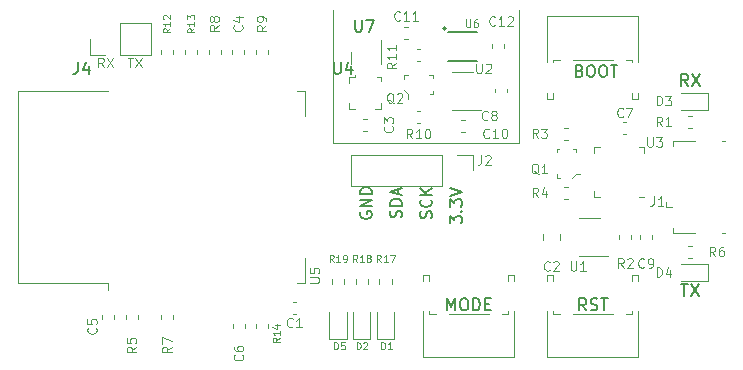
<source format=gbr>
G04 #@! TF.GenerationSoftware,KiCad,Pcbnew,5.1.9-73d0e3b20d~88~ubuntu20.04.1*
G04 #@! TF.CreationDate,2021-01-09T21:31:29-06:00*
G04 #@! TF.ProjectId,pcb,7063622e-6b69-4636-9164-5f7063625858,rev?*
G04 #@! TF.SameCoordinates,Original*
G04 #@! TF.FileFunction,Legend,Top*
G04 #@! TF.FilePolarity,Positive*
%FSLAX46Y46*%
G04 Gerber Fmt 4.6, Leading zero omitted, Abs format (unit mm)*
G04 Created by KiCad (PCBNEW 5.1.9-73d0e3b20d~88~ubuntu20.04.1) date 2021-01-09 21:31:29*
%MOMM*%
%LPD*%
G01*
G04 APERTURE LIST*
%ADD10C,0.150000*%
%ADD11C,0.120000*%
%ADD12C,0.100000*%
%ADD13C,0.203200*%
%ADD14C,0.090000*%
%ADD15C,0.015000*%
G04 APERTURE END LIST*
D10*
X76668380Y-73104190D02*
X76668380Y-72485142D01*
X77049333Y-72818476D01*
X77049333Y-72675619D01*
X77096952Y-72580380D01*
X77144571Y-72532761D01*
X77239809Y-72485142D01*
X77477904Y-72485142D01*
X77573142Y-72532761D01*
X77620761Y-72580380D01*
X77668380Y-72675619D01*
X77668380Y-72961333D01*
X77620761Y-73056571D01*
X77573142Y-73104190D01*
X77573142Y-72056571D02*
X77620761Y-72008952D01*
X77668380Y-72056571D01*
X77620761Y-72104190D01*
X77573142Y-72056571D01*
X77668380Y-72056571D01*
X76668380Y-71675619D02*
X76668380Y-71056571D01*
X77049333Y-71389904D01*
X77049333Y-71247047D01*
X77096952Y-71151809D01*
X77144571Y-71104190D01*
X77239809Y-71056571D01*
X77477904Y-71056571D01*
X77573142Y-71104190D01*
X77620761Y-71151809D01*
X77668380Y-71247047D01*
X77668380Y-71532761D01*
X77620761Y-71628000D01*
X77573142Y-71675619D01*
X76668380Y-70770857D02*
X77668380Y-70437523D01*
X76668380Y-70104190D01*
X75080761Y-72659714D02*
X75128380Y-72516857D01*
X75128380Y-72278761D01*
X75080761Y-72183523D01*
X75033142Y-72135904D01*
X74937904Y-72088285D01*
X74842666Y-72088285D01*
X74747428Y-72135904D01*
X74699809Y-72183523D01*
X74652190Y-72278761D01*
X74604571Y-72469238D01*
X74556952Y-72564476D01*
X74509333Y-72612095D01*
X74414095Y-72659714D01*
X74318857Y-72659714D01*
X74223619Y-72612095D01*
X74176000Y-72564476D01*
X74128380Y-72469238D01*
X74128380Y-72231142D01*
X74176000Y-72088285D01*
X75033142Y-71088285D02*
X75080761Y-71135904D01*
X75128380Y-71278761D01*
X75128380Y-71374000D01*
X75080761Y-71516857D01*
X74985523Y-71612095D01*
X74890285Y-71659714D01*
X74699809Y-71707333D01*
X74556952Y-71707333D01*
X74366476Y-71659714D01*
X74271238Y-71612095D01*
X74176000Y-71516857D01*
X74128380Y-71374000D01*
X74128380Y-71278761D01*
X74176000Y-71135904D01*
X74223619Y-71088285D01*
X75128380Y-70659714D02*
X74128380Y-70659714D01*
X75128380Y-70088285D02*
X74556952Y-70516857D01*
X74128380Y-70088285D02*
X74699809Y-70659714D01*
X72540761Y-72588285D02*
X72588380Y-72445428D01*
X72588380Y-72207333D01*
X72540761Y-72112095D01*
X72493142Y-72064476D01*
X72397904Y-72016857D01*
X72302666Y-72016857D01*
X72207428Y-72064476D01*
X72159809Y-72112095D01*
X72112190Y-72207333D01*
X72064571Y-72397809D01*
X72016952Y-72493047D01*
X71969333Y-72540666D01*
X71874095Y-72588285D01*
X71778857Y-72588285D01*
X71683619Y-72540666D01*
X71636000Y-72493047D01*
X71588380Y-72397809D01*
X71588380Y-72159714D01*
X71636000Y-72016857D01*
X72588380Y-71588285D02*
X71588380Y-71588285D01*
X71588380Y-71350190D01*
X71636000Y-71207333D01*
X71731238Y-71112095D01*
X71826476Y-71064476D01*
X72016952Y-71016857D01*
X72159809Y-71016857D01*
X72350285Y-71064476D01*
X72445523Y-71112095D01*
X72540761Y-71207333D01*
X72588380Y-71350190D01*
X72588380Y-71588285D01*
X72302666Y-70635904D02*
X72302666Y-70159714D01*
X72588380Y-70731142D02*
X71588380Y-70397809D01*
X72588380Y-70064476D01*
X69096000Y-72135904D02*
X69048380Y-72231142D01*
X69048380Y-72374000D01*
X69096000Y-72516857D01*
X69191238Y-72612095D01*
X69286476Y-72659714D01*
X69476952Y-72707333D01*
X69619809Y-72707333D01*
X69810285Y-72659714D01*
X69905523Y-72612095D01*
X70000761Y-72516857D01*
X70048380Y-72374000D01*
X70048380Y-72278761D01*
X70000761Y-72135904D01*
X69953142Y-72088285D01*
X69619809Y-72088285D01*
X69619809Y-72278761D01*
X70048380Y-71659714D02*
X69048380Y-71659714D01*
X70048380Y-71088285D01*
X69048380Y-71088285D01*
X70048380Y-70612095D02*
X69048380Y-70612095D01*
X69048380Y-70374000D01*
X69096000Y-70231142D01*
X69191238Y-70135904D01*
X69286476Y-70088285D01*
X69476952Y-70040666D01*
X69619809Y-70040666D01*
X69810285Y-70088285D01*
X69905523Y-70135904D01*
X70000761Y-70231142D01*
X70048380Y-70374000D01*
X70048380Y-70612095D01*
D11*
X49390476Y-59061904D02*
X49847619Y-59061904D01*
X49619047Y-59861904D02*
X49619047Y-59061904D01*
X50038095Y-59061904D02*
X50571428Y-59861904D01*
X50571428Y-59061904D02*
X50038095Y-59861904D01*
X47366666Y-59861904D02*
X47100000Y-59480952D01*
X46909523Y-59861904D02*
X46909523Y-59061904D01*
X47214285Y-59061904D01*
X47290476Y-59100000D01*
X47328571Y-59138095D01*
X47366666Y-59214285D01*
X47366666Y-59328571D01*
X47328571Y-59404761D01*
X47290476Y-59442857D01*
X47214285Y-59480952D01*
X46909523Y-59480952D01*
X47633333Y-59061904D02*
X48166666Y-59861904D01*
X48166666Y-59061904D02*
X47633333Y-59861904D01*
D10*
X96238095Y-78202380D02*
X96809523Y-78202380D01*
X96523809Y-79202380D02*
X96523809Y-78202380D01*
X97047619Y-78202380D02*
X97714285Y-79202380D01*
X97714285Y-78202380D02*
X97047619Y-79202380D01*
X96833333Y-61452380D02*
X96500000Y-60976190D01*
X96261904Y-61452380D02*
X96261904Y-60452380D01*
X96642857Y-60452380D01*
X96738095Y-60500000D01*
X96785714Y-60547619D01*
X96833333Y-60642857D01*
X96833333Y-60785714D01*
X96785714Y-60880952D01*
X96738095Y-60928571D01*
X96642857Y-60976190D01*
X96261904Y-60976190D01*
X97166666Y-60452380D02*
X97833333Y-61452380D01*
X97833333Y-60452380D02*
X97166666Y-61452380D01*
D11*
X82500000Y-66250000D02*
X82500000Y-66100000D01*
X82250000Y-66250000D02*
X82500000Y-66250000D01*
X66750000Y-63750000D02*
X66750000Y-55000000D01*
X67250000Y-66250000D02*
X66750000Y-66250000D01*
X82500000Y-63850000D02*
X82500000Y-55000000D01*
X82500000Y-66100000D02*
X82500000Y-66075000D01*
D10*
X87642857Y-60178571D02*
X87785714Y-60226190D01*
X87833333Y-60273809D01*
X87880952Y-60369047D01*
X87880952Y-60511904D01*
X87833333Y-60607142D01*
X87785714Y-60654761D01*
X87690476Y-60702380D01*
X87309523Y-60702380D01*
X87309523Y-59702380D01*
X87642857Y-59702380D01*
X87738095Y-59750000D01*
X87785714Y-59797619D01*
X87833333Y-59892857D01*
X87833333Y-59988095D01*
X87785714Y-60083333D01*
X87738095Y-60130952D01*
X87642857Y-60178571D01*
X87309523Y-60178571D01*
X88500000Y-59702380D02*
X88690476Y-59702380D01*
X88785714Y-59750000D01*
X88880952Y-59845238D01*
X88928571Y-60035714D01*
X88928571Y-60369047D01*
X88880952Y-60559523D01*
X88785714Y-60654761D01*
X88690476Y-60702380D01*
X88500000Y-60702380D01*
X88404761Y-60654761D01*
X88309523Y-60559523D01*
X88261904Y-60369047D01*
X88261904Y-60035714D01*
X88309523Y-59845238D01*
X88404761Y-59750000D01*
X88500000Y-59702380D01*
X89547619Y-59702380D02*
X89738095Y-59702380D01*
X89833333Y-59750000D01*
X89928571Y-59845238D01*
X89976190Y-60035714D01*
X89976190Y-60369047D01*
X89928571Y-60559523D01*
X89833333Y-60654761D01*
X89738095Y-60702380D01*
X89547619Y-60702380D01*
X89452380Y-60654761D01*
X89357142Y-60559523D01*
X89309523Y-60369047D01*
X89309523Y-60035714D01*
X89357142Y-59845238D01*
X89452380Y-59750000D01*
X89547619Y-59702380D01*
X90261904Y-59702380D02*
X90833333Y-59702380D01*
X90547619Y-60702380D02*
X90547619Y-59702380D01*
X88202380Y-80452380D02*
X87869047Y-79976190D01*
X87630952Y-80452380D02*
X87630952Y-79452380D01*
X88011904Y-79452380D01*
X88107142Y-79500000D01*
X88154761Y-79547619D01*
X88202380Y-79642857D01*
X88202380Y-79785714D01*
X88154761Y-79880952D01*
X88107142Y-79928571D01*
X88011904Y-79976190D01*
X87630952Y-79976190D01*
X88583333Y-80404761D02*
X88726190Y-80452380D01*
X88964285Y-80452380D01*
X89059523Y-80404761D01*
X89107142Y-80357142D01*
X89154761Y-80261904D01*
X89154761Y-80166666D01*
X89107142Y-80071428D01*
X89059523Y-80023809D01*
X88964285Y-79976190D01*
X88773809Y-79928571D01*
X88678571Y-79880952D01*
X88630952Y-79833333D01*
X88583333Y-79738095D01*
X88583333Y-79642857D01*
X88630952Y-79547619D01*
X88678571Y-79500000D01*
X88773809Y-79452380D01*
X89011904Y-79452380D01*
X89154761Y-79500000D01*
X89440476Y-79452380D02*
X90011904Y-79452380D01*
X89726190Y-80452380D02*
X89726190Y-79452380D01*
X76440476Y-80452380D02*
X76440476Y-79452380D01*
X76773809Y-80166666D01*
X77107142Y-79452380D01*
X77107142Y-80452380D01*
X77773809Y-79452380D02*
X77964285Y-79452380D01*
X78059523Y-79500000D01*
X78154761Y-79595238D01*
X78202380Y-79785714D01*
X78202380Y-80119047D01*
X78154761Y-80309523D01*
X78059523Y-80404761D01*
X77964285Y-80452380D01*
X77773809Y-80452380D01*
X77678571Y-80404761D01*
X77583333Y-80309523D01*
X77535714Y-80119047D01*
X77535714Y-79785714D01*
X77583333Y-79595238D01*
X77678571Y-79500000D01*
X77773809Y-79452380D01*
X78630952Y-80452380D02*
X78630952Y-79452380D01*
X78869047Y-79452380D01*
X79011904Y-79500000D01*
X79107142Y-79595238D01*
X79154761Y-79690476D01*
X79202380Y-79880952D01*
X79202380Y-80023809D01*
X79154761Y-80214285D01*
X79107142Y-80309523D01*
X79011904Y-80404761D01*
X78869047Y-80452380D01*
X78630952Y-80452380D01*
X79630952Y-79928571D02*
X79964285Y-79928571D01*
X80107142Y-80452380D02*
X79630952Y-80452380D01*
X79630952Y-79452380D01*
X80107142Y-79452380D01*
D11*
X66750000Y-65750000D02*
X66750000Y-66250000D01*
X82500000Y-65850000D02*
X82500000Y-66075000D01*
X82500000Y-63850000D02*
X82500000Y-65850000D01*
X66750000Y-63750000D02*
X66750000Y-65750000D01*
X67250000Y-66250000D02*
X82250000Y-66250000D01*
X68250000Y-59600000D02*
X68250000Y-58600000D01*
X70850000Y-59600000D02*
X70850000Y-57600000D01*
D12*
X70850000Y-63400000D02*
X70850000Y-62900000D01*
X70850000Y-63400000D02*
X70350000Y-63400000D01*
X68150000Y-63400000D02*
X68150000Y-62900000D01*
X68150000Y-63400000D02*
X68650000Y-63400000D01*
X68650000Y-60700000D02*
X68650000Y-60500000D01*
X68150000Y-60700000D02*
X68150000Y-61200000D01*
X68150000Y-60700000D02*
X68650000Y-60700000D01*
X70850000Y-60700000D02*
X70850000Y-61075000D01*
X70850000Y-60700000D02*
X70475000Y-60700000D01*
D11*
X66465000Y-80600000D02*
X66465000Y-82885000D01*
X66465000Y-82885000D02*
X67935000Y-82885000D01*
X67935000Y-82885000D02*
X67935000Y-80600000D01*
X68465000Y-80600000D02*
X68465000Y-82885000D01*
X68465000Y-82885000D02*
X69935000Y-82885000D01*
X69935000Y-82885000D02*
X69935000Y-80600000D01*
X70465000Y-80600000D02*
X70465000Y-82885000D01*
X70465000Y-82885000D02*
X71935000Y-82885000D01*
X71935000Y-82885000D02*
X71935000Y-80600000D01*
X66677500Y-78237258D02*
X66677500Y-77762742D01*
X67722500Y-78237258D02*
X67722500Y-77762742D01*
X68677500Y-78237258D02*
X68677500Y-77762742D01*
X69722500Y-78237258D02*
X69722500Y-77762742D01*
X70677500Y-78237258D02*
X70677500Y-77762742D01*
X71722500Y-78237258D02*
X71722500Y-77762742D01*
D13*
X76525000Y-56875000D02*
X78975000Y-56875000D01*
X78975000Y-59325000D02*
X76525000Y-59325000D01*
X76353000Y-56576000D02*
G75*
G03*
X76353000Y-56576000I-127000J0D01*
G01*
D11*
X46170000Y-58830000D02*
X46170000Y-57500000D01*
X47500000Y-58830000D02*
X46170000Y-58830000D01*
X48770000Y-58830000D02*
X48770000Y-56170000D01*
X48770000Y-56170000D02*
X51370000Y-56170000D01*
X48770000Y-58830000D02*
X51370000Y-58830000D01*
X51370000Y-58830000D02*
X51370000Y-56170000D01*
X61260000Y-81962779D02*
X61260000Y-81637221D01*
X60240000Y-81962779D02*
X60240000Y-81637221D01*
X80490000Y-61687221D02*
X80490000Y-62012779D01*
X81510000Y-61687221D02*
X81510000Y-62012779D01*
X54240000Y-58437221D02*
X54240000Y-58762779D01*
X55260000Y-58437221D02*
X55260000Y-58762779D01*
X52240000Y-58437221D02*
X52240000Y-58762779D01*
X53260000Y-58437221D02*
X53260000Y-58762779D01*
X74162779Y-58340000D02*
X73837221Y-58340000D01*
X74162779Y-59360000D02*
X73837221Y-59360000D01*
X74162779Y-63590000D02*
X73837221Y-63590000D01*
X74162779Y-64610000D02*
X73837221Y-64610000D01*
X81260000Y-58262779D02*
X81260000Y-57937221D01*
X80240000Y-58262779D02*
X80240000Y-57937221D01*
X72787221Y-57510000D02*
X73112779Y-57510000D01*
X72787221Y-56490000D02*
X73112779Y-56490000D01*
X69337221Y-65260000D02*
X69662779Y-65260000D01*
X69337221Y-64240000D02*
X69662779Y-64240000D01*
X61260000Y-58762779D02*
X61260000Y-58437221D01*
X60240000Y-58762779D02*
X60240000Y-58437221D01*
X56240000Y-58437221D02*
X56240000Y-58762779D01*
X57260000Y-58437221D02*
X57260000Y-58762779D01*
X53260000Y-81162779D02*
X53260000Y-80837221D01*
X52240000Y-81162779D02*
X52240000Y-80837221D01*
X50260000Y-81162779D02*
X50260000Y-80837221D01*
X49240000Y-81162779D02*
X49240000Y-80837221D01*
X63337221Y-80760000D02*
X63662779Y-80760000D01*
X63337221Y-79740000D02*
X63662779Y-79740000D01*
X97162779Y-74990000D02*
X96837221Y-74990000D01*
X97162779Y-76010000D02*
X96837221Y-76010000D01*
X97162779Y-63990000D02*
X96837221Y-63990000D01*
X97162779Y-65010000D02*
X96837221Y-65010000D01*
X98485000Y-76515000D02*
X96200000Y-76515000D01*
X98485000Y-77985000D02*
X98485000Y-76515000D01*
X96200000Y-77985000D02*
X98485000Y-77985000D01*
X98485000Y-62015000D02*
X96200000Y-62015000D01*
X98485000Y-63485000D02*
X98485000Y-62015000D01*
X96200000Y-63485000D02*
X98485000Y-63485000D01*
D12*
X75225000Y-60550000D02*
X75225000Y-60775000D01*
X74925000Y-60550000D02*
X75225000Y-60550000D01*
X75225000Y-62150000D02*
X75225000Y-61900000D01*
X74950000Y-62150000D02*
X75225000Y-62150000D01*
X72775000Y-60550000D02*
X72775000Y-60850000D01*
X73075000Y-60550000D02*
X72775000Y-60550000D01*
X73075000Y-62150000D02*
X73075000Y-62550000D01*
X72775000Y-61825000D02*
X73075000Y-62150000D01*
X85700000Y-66775000D02*
X85925000Y-66775000D01*
X85700000Y-67075000D02*
X85700000Y-66775000D01*
X87300000Y-66775000D02*
X87050000Y-66775000D01*
X87300000Y-67050000D02*
X87300000Y-66775000D01*
X85700000Y-69225000D02*
X86000000Y-69225000D01*
X85700000Y-68925000D02*
X85700000Y-69225000D01*
X87300000Y-68925000D02*
X87700000Y-68925000D01*
X86975000Y-69225000D02*
X87300000Y-68925000D01*
D11*
X89400000Y-72640000D02*
X87600000Y-72640000D01*
X87600000Y-75860000D02*
X90050000Y-75860000D01*
X81590000Y-80780000D02*
X81590000Y-80550000D01*
X82110000Y-84450000D02*
X74390000Y-84450000D01*
X74390000Y-84450000D02*
X74390000Y-80550000D01*
X82110000Y-77440000D02*
X81590000Y-77440000D01*
X82110000Y-84450000D02*
X82110000Y-80550000D01*
X74910000Y-80780000D02*
X74910000Y-80550000D01*
X81590000Y-77950000D02*
X81590000Y-77440000D01*
X82110000Y-77950000D02*
X82110000Y-77440000D01*
X75450000Y-80780000D02*
X74910000Y-80780000D01*
X74910000Y-77950000D02*
X74910000Y-77440000D01*
X74910000Y-77440000D02*
X74390000Y-77440000D01*
X74390000Y-77950000D02*
X74390000Y-77440000D01*
X81590000Y-80780000D02*
X81050000Y-80780000D01*
X79950000Y-80780000D02*
X76550000Y-80780000D01*
X68300000Y-67270000D02*
X68300000Y-69930000D01*
X75980000Y-67270000D02*
X68300000Y-67270000D01*
X75980000Y-69930000D02*
X68300000Y-69930000D01*
X75980000Y-67270000D02*
X75980000Y-69930000D01*
X77250000Y-67270000D02*
X78580000Y-67270000D01*
X78580000Y-67270000D02*
X78580000Y-68600000D01*
X58240000Y-58762779D02*
X58240000Y-58437221D01*
X59260000Y-58762779D02*
X59260000Y-58437221D01*
X89365000Y-70860000D02*
X88890000Y-70860000D01*
X88890000Y-70860000D02*
X88890000Y-70385000D01*
X92635000Y-66640000D02*
X93110000Y-66640000D01*
X93110000Y-66640000D02*
X93110000Y-67115000D01*
X89365000Y-66640000D02*
X88890000Y-66640000D01*
X88890000Y-66640000D02*
X88890000Y-67115000D01*
X92635000Y-70860000D02*
X93110000Y-70860000D01*
X78650000Y-60240000D02*
X76850000Y-60240000D01*
X76850000Y-63460000D02*
X79300000Y-63460000D01*
X86337221Y-69990000D02*
X86662779Y-69990000D01*
X86337221Y-71010000D02*
X86662779Y-71010000D01*
X86662779Y-66010000D02*
X86337221Y-66010000D01*
X86662779Y-64990000D02*
X86337221Y-64990000D01*
X90990000Y-74412779D02*
X90990000Y-74087221D01*
X92010000Y-74412779D02*
X92010000Y-74087221D01*
X77587221Y-64340000D02*
X77912779Y-64340000D01*
X77587221Y-65360000D02*
X77912779Y-65360000D01*
X92740000Y-74412779D02*
X92740000Y-74087221D01*
X93760000Y-74412779D02*
X93760000Y-74087221D01*
X59310000Y-81637221D02*
X59310000Y-81962779D01*
X58290000Y-81637221D02*
X58290000Y-81962779D01*
X48260000Y-80837221D02*
X48260000Y-81162779D01*
X47240000Y-80837221D02*
X47240000Y-81162779D01*
X84540000Y-74508578D02*
X84540000Y-73991422D01*
X85960000Y-74508578D02*
X85960000Y-73991422D01*
X92090000Y-80780000D02*
X92090000Y-80550000D01*
X92610000Y-84450000D02*
X84890000Y-84450000D01*
X84890000Y-84450000D02*
X84890000Y-80550000D01*
X92610000Y-77440000D02*
X92090000Y-77440000D01*
X92610000Y-84450000D02*
X92610000Y-80550000D01*
X85410000Y-80780000D02*
X85410000Y-80550000D01*
X92090000Y-77950000D02*
X92090000Y-77440000D01*
X92610000Y-77950000D02*
X92610000Y-77440000D01*
X85950000Y-80780000D02*
X85410000Y-80780000D01*
X85410000Y-77950000D02*
X85410000Y-77440000D01*
X85410000Y-77440000D02*
X84890000Y-77440000D01*
X84890000Y-77950000D02*
X84890000Y-77440000D01*
X92090000Y-80780000D02*
X91550000Y-80780000D01*
X90450000Y-80780000D02*
X87050000Y-80780000D01*
X85410000Y-59220000D02*
X85410000Y-59450000D01*
X84890000Y-55550000D02*
X92610000Y-55550000D01*
X92610000Y-55550000D02*
X92610000Y-59450000D01*
X84890000Y-62560000D02*
X85410000Y-62560000D01*
X84890000Y-55550000D02*
X84890000Y-59450000D01*
X92090000Y-59220000D02*
X92090000Y-59450000D01*
X85410000Y-62050000D02*
X85410000Y-62560000D01*
X84890000Y-62050000D02*
X84890000Y-62560000D01*
X91550000Y-59220000D02*
X92090000Y-59220000D01*
X92090000Y-62050000D02*
X92090000Y-62560000D01*
X92090000Y-62560000D02*
X92610000Y-62560000D01*
X92610000Y-62050000D02*
X92610000Y-62560000D01*
X85410000Y-59220000D02*
X85950000Y-59220000D01*
X87050000Y-59220000D02*
X90450000Y-59220000D01*
X95547500Y-73900000D02*
X95547500Y-73450000D01*
X97397500Y-73900000D02*
X95547500Y-73900000D01*
X99947500Y-66100000D02*
X99697500Y-66100000D01*
X99947500Y-73900000D02*
X99697500Y-73900000D01*
X97397500Y-66100000D02*
X95547500Y-66100000D01*
X95547500Y-66100000D02*
X95547500Y-66550000D01*
X94997500Y-71700000D02*
X94997500Y-71250000D01*
X94997500Y-71700000D02*
X95447500Y-71700000D01*
X40130000Y-78120000D02*
X40130000Y-61880000D01*
X40130000Y-61880000D02*
X47750000Y-61880000D01*
X63750000Y-61880000D02*
X64370000Y-61880000D01*
X64370000Y-61880000D02*
X64370000Y-64000000D01*
X64370000Y-76000000D02*
X64370000Y-78120000D01*
X64370000Y-78120000D02*
X63750000Y-78120000D01*
X47750000Y-78120000D02*
X40130000Y-78120000D01*
X47750000Y-78120000D02*
X47750000Y-78730000D01*
X91612779Y-65510000D02*
X91287221Y-65510000D01*
X91612779Y-64490000D02*
X91287221Y-64490000D01*
D10*
X68638095Y-55852380D02*
X68638095Y-56661904D01*
X68685714Y-56757142D01*
X68733333Y-56804761D01*
X68828571Y-56852380D01*
X69019047Y-56852380D01*
X69114285Y-56804761D01*
X69161904Y-56757142D01*
X69209523Y-56661904D01*
X69209523Y-55852380D01*
X69590476Y-55852380D02*
X70257142Y-55852380D01*
X69828571Y-56852380D01*
X66838095Y-59452380D02*
X66838095Y-60261904D01*
X66885714Y-60357142D01*
X66933333Y-60404761D01*
X67028571Y-60452380D01*
X67219047Y-60452380D01*
X67314285Y-60404761D01*
X67361904Y-60357142D01*
X67409523Y-60261904D01*
X67409523Y-59452380D01*
X68314285Y-59785714D02*
X68314285Y-60452380D01*
X68076190Y-59404761D02*
X67838095Y-60119047D01*
X68457142Y-60119047D01*
D14*
X66857142Y-83771428D02*
X66857142Y-83171428D01*
X67000000Y-83171428D01*
X67085714Y-83200000D01*
X67142857Y-83257142D01*
X67171428Y-83314285D01*
X67200000Y-83428571D01*
X67200000Y-83514285D01*
X67171428Y-83628571D01*
X67142857Y-83685714D01*
X67085714Y-83742857D01*
X67000000Y-83771428D01*
X66857142Y-83771428D01*
X67742857Y-83171428D02*
X67457142Y-83171428D01*
X67428571Y-83457142D01*
X67457142Y-83428571D01*
X67514285Y-83400000D01*
X67657142Y-83400000D01*
X67714285Y-83428571D01*
X67742857Y-83457142D01*
X67771428Y-83514285D01*
X67771428Y-83657142D01*
X67742857Y-83714285D01*
X67714285Y-83742857D01*
X67657142Y-83771428D01*
X67514285Y-83771428D01*
X67457142Y-83742857D01*
X67428571Y-83714285D01*
X68757142Y-83771428D02*
X68757142Y-83171428D01*
X68900000Y-83171428D01*
X68985714Y-83200000D01*
X69042857Y-83257142D01*
X69071428Y-83314285D01*
X69100000Y-83428571D01*
X69100000Y-83514285D01*
X69071428Y-83628571D01*
X69042857Y-83685714D01*
X68985714Y-83742857D01*
X68900000Y-83771428D01*
X68757142Y-83771428D01*
X69328571Y-83228571D02*
X69357142Y-83200000D01*
X69414285Y-83171428D01*
X69557142Y-83171428D01*
X69614285Y-83200000D01*
X69642857Y-83228571D01*
X69671428Y-83285714D01*
X69671428Y-83342857D01*
X69642857Y-83428571D01*
X69300000Y-83771428D01*
X69671428Y-83771428D01*
X70857142Y-83771428D02*
X70857142Y-83171428D01*
X71000000Y-83171428D01*
X71085714Y-83200000D01*
X71142857Y-83257142D01*
X71171428Y-83314285D01*
X71200000Y-83428571D01*
X71200000Y-83514285D01*
X71171428Y-83628571D01*
X71142857Y-83685714D01*
X71085714Y-83742857D01*
X71000000Y-83771428D01*
X70857142Y-83771428D01*
X71771428Y-83771428D02*
X71428571Y-83771428D01*
X71600000Y-83771428D02*
X71600000Y-83171428D01*
X71542857Y-83257142D01*
X71485714Y-83314285D01*
X71428571Y-83342857D01*
X66814285Y-76371428D02*
X66614285Y-76085714D01*
X66471428Y-76371428D02*
X66471428Y-75771428D01*
X66700000Y-75771428D01*
X66757142Y-75800000D01*
X66785714Y-75828571D01*
X66814285Y-75885714D01*
X66814285Y-75971428D01*
X66785714Y-76028571D01*
X66757142Y-76057142D01*
X66700000Y-76085714D01*
X66471428Y-76085714D01*
X67385714Y-76371428D02*
X67042857Y-76371428D01*
X67214285Y-76371428D02*
X67214285Y-75771428D01*
X67157142Y-75857142D01*
X67100000Y-75914285D01*
X67042857Y-75942857D01*
X67671428Y-76371428D02*
X67785714Y-76371428D01*
X67842857Y-76342857D01*
X67871428Y-76314285D01*
X67928571Y-76228571D01*
X67957142Y-76114285D01*
X67957142Y-75885714D01*
X67928571Y-75828571D01*
X67900000Y-75800000D01*
X67842857Y-75771428D01*
X67728571Y-75771428D01*
X67671428Y-75800000D01*
X67642857Y-75828571D01*
X67614285Y-75885714D01*
X67614285Y-76028571D01*
X67642857Y-76085714D01*
X67671428Y-76114285D01*
X67728571Y-76142857D01*
X67842857Y-76142857D01*
X67900000Y-76114285D01*
X67928571Y-76085714D01*
X67957142Y-76028571D01*
X68814285Y-76371428D02*
X68614285Y-76085714D01*
X68471428Y-76371428D02*
X68471428Y-75771428D01*
X68700000Y-75771428D01*
X68757142Y-75800000D01*
X68785714Y-75828571D01*
X68814285Y-75885714D01*
X68814285Y-75971428D01*
X68785714Y-76028571D01*
X68757142Y-76057142D01*
X68700000Y-76085714D01*
X68471428Y-76085714D01*
X69385714Y-76371428D02*
X69042857Y-76371428D01*
X69214285Y-76371428D02*
X69214285Y-75771428D01*
X69157142Y-75857142D01*
X69100000Y-75914285D01*
X69042857Y-75942857D01*
X69728571Y-76028571D02*
X69671428Y-76000000D01*
X69642857Y-75971428D01*
X69614285Y-75914285D01*
X69614285Y-75885714D01*
X69642857Y-75828571D01*
X69671428Y-75800000D01*
X69728571Y-75771428D01*
X69842857Y-75771428D01*
X69900000Y-75800000D01*
X69928571Y-75828571D01*
X69957142Y-75885714D01*
X69957142Y-75914285D01*
X69928571Y-75971428D01*
X69900000Y-76000000D01*
X69842857Y-76028571D01*
X69728571Y-76028571D01*
X69671428Y-76057142D01*
X69642857Y-76085714D01*
X69614285Y-76142857D01*
X69614285Y-76257142D01*
X69642857Y-76314285D01*
X69671428Y-76342857D01*
X69728571Y-76371428D01*
X69842857Y-76371428D01*
X69900000Y-76342857D01*
X69928571Y-76314285D01*
X69957142Y-76257142D01*
X69957142Y-76142857D01*
X69928571Y-76085714D01*
X69900000Y-76057142D01*
X69842857Y-76028571D01*
X70814285Y-76371428D02*
X70614285Y-76085714D01*
X70471428Y-76371428D02*
X70471428Y-75771428D01*
X70700000Y-75771428D01*
X70757142Y-75800000D01*
X70785714Y-75828571D01*
X70814285Y-75885714D01*
X70814285Y-75971428D01*
X70785714Y-76028571D01*
X70757142Y-76057142D01*
X70700000Y-76085714D01*
X70471428Y-76085714D01*
X71385714Y-76371428D02*
X71042857Y-76371428D01*
X71214285Y-76371428D02*
X71214285Y-75771428D01*
X71157142Y-75857142D01*
X71100000Y-75914285D01*
X71042857Y-75942857D01*
X71585714Y-75771428D02*
X71985714Y-75771428D01*
X71728571Y-76371428D01*
D15*
X78024380Y-55819123D02*
X78024380Y-56337219D01*
X78054857Y-56398171D01*
X78085333Y-56428647D01*
X78146285Y-56459123D01*
X78268190Y-56459123D01*
X78329142Y-56428647D01*
X78359619Y-56398171D01*
X78390095Y-56337219D01*
X78390095Y-55819123D01*
X78969142Y-55819123D02*
X78847238Y-55819123D01*
X78786285Y-55849600D01*
X78755809Y-55880076D01*
X78694857Y-55971504D01*
X78664380Y-56093409D01*
X78664380Y-56337219D01*
X78694857Y-56398171D01*
X78725333Y-56428647D01*
X78786285Y-56459123D01*
X78908190Y-56459123D01*
X78969142Y-56428647D01*
X78999619Y-56398171D01*
X79030095Y-56337219D01*
X79030095Y-56184838D01*
X78999619Y-56123885D01*
X78969142Y-56093409D01*
X78908190Y-56062933D01*
X78786285Y-56062933D01*
X78725333Y-56093409D01*
X78694857Y-56123885D01*
X78664380Y-56184838D01*
D10*
X45166666Y-59452380D02*
X45166666Y-60166666D01*
X45119047Y-60309523D01*
X45023809Y-60404761D01*
X44880952Y-60452380D01*
X44785714Y-60452380D01*
X46071428Y-59785714D02*
X46071428Y-60452380D01*
X45833333Y-59404761D02*
X45595238Y-60119047D01*
X46214285Y-60119047D01*
D14*
X62247428Y-82808714D02*
X61961714Y-83008714D01*
X62247428Y-83151571D02*
X61647428Y-83151571D01*
X61647428Y-82923000D01*
X61676000Y-82865857D01*
X61704571Y-82837285D01*
X61761714Y-82808714D01*
X61847428Y-82808714D01*
X61904571Y-82837285D01*
X61933142Y-82865857D01*
X61961714Y-82923000D01*
X61961714Y-83151571D01*
X62247428Y-82237285D02*
X62247428Y-82580142D01*
X62247428Y-82408714D02*
X61647428Y-82408714D01*
X61733142Y-82465857D01*
X61790285Y-82523000D01*
X61818857Y-82580142D01*
X61847428Y-81723000D02*
X62247428Y-81723000D01*
X61618857Y-81865857D02*
X62047428Y-82008714D01*
X62047428Y-81637285D01*
D11*
X79866666Y-64285714D02*
X79828571Y-64323809D01*
X79714285Y-64361904D01*
X79638095Y-64361904D01*
X79523809Y-64323809D01*
X79447619Y-64247619D01*
X79409523Y-64171428D01*
X79371428Y-64019047D01*
X79371428Y-63904761D01*
X79409523Y-63752380D01*
X79447619Y-63676190D01*
X79523809Y-63600000D01*
X79638095Y-63561904D01*
X79714285Y-63561904D01*
X79828571Y-63600000D01*
X79866666Y-63638095D01*
X80323809Y-63904761D02*
X80247619Y-63866666D01*
X80209523Y-63828571D01*
X80171428Y-63752380D01*
X80171428Y-63714285D01*
X80209523Y-63638095D01*
X80247619Y-63600000D01*
X80323809Y-63561904D01*
X80476190Y-63561904D01*
X80552380Y-63600000D01*
X80590476Y-63638095D01*
X80628571Y-63714285D01*
X80628571Y-63752380D01*
X80590476Y-63828571D01*
X80552380Y-63866666D01*
X80476190Y-63904761D01*
X80323809Y-63904761D01*
X80247619Y-63942857D01*
X80209523Y-63980952D01*
X80171428Y-64057142D01*
X80171428Y-64209523D01*
X80209523Y-64285714D01*
X80247619Y-64323809D01*
X80323809Y-64361904D01*
X80476190Y-64361904D01*
X80552380Y-64323809D01*
X80590476Y-64285714D01*
X80628571Y-64209523D01*
X80628571Y-64057142D01*
X80590476Y-63980952D01*
X80552380Y-63942857D01*
X80476190Y-63904761D01*
D14*
X55021428Y-56585714D02*
X54735714Y-56785714D01*
X55021428Y-56928571D02*
X54421428Y-56928571D01*
X54421428Y-56700000D01*
X54450000Y-56642857D01*
X54478571Y-56614285D01*
X54535714Y-56585714D01*
X54621428Y-56585714D01*
X54678571Y-56614285D01*
X54707142Y-56642857D01*
X54735714Y-56700000D01*
X54735714Y-56928571D01*
X55021428Y-56014285D02*
X55021428Y-56357142D01*
X55021428Y-56185714D02*
X54421428Y-56185714D01*
X54507142Y-56242857D01*
X54564285Y-56300000D01*
X54592857Y-56357142D01*
X54421428Y-55814285D02*
X54421428Y-55442857D01*
X54650000Y-55642857D01*
X54650000Y-55557142D01*
X54678571Y-55500000D01*
X54707142Y-55471428D01*
X54764285Y-55442857D01*
X54907142Y-55442857D01*
X54964285Y-55471428D01*
X54992857Y-55500000D01*
X55021428Y-55557142D01*
X55021428Y-55728571D01*
X54992857Y-55785714D01*
X54964285Y-55814285D01*
X52971428Y-56585714D02*
X52685714Y-56785714D01*
X52971428Y-56928571D02*
X52371428Y-56928571D01*
X52371428Y-56700000D01*
X52400000Y-56642857D01*
X52428571Y-56614285D01*
X52485714Y-56585714D01*
X52571428Y-56585714D01*
X52628571Y-56614285D01*
X52657142Y-56642857D01*
X52685714Y-56700000D01*
X52685714Y-56928571D01*
X52971428Y-56014285D02*
X52971428Y-56357142D01*
X52971428Y-56185714D02*
X52371428Y-56185714D01*
X52457142Y-56242857D01*
X52514285Y-56300000D01*
X52542857Y-56357142D01*
X52428571Y-55785714D02*
X52400000Y-55757142D01*
X52371428Y-55700000D01*
X52371428Y-55557142D01*
X52400000Y-55500000D01*
X52428571Y-55471428D01*
X52485714Y-55442857D01*
X52542857Y-55442857D01*
X52628571Y-55471428D01*
X52971428Y-55814285D01*
X52971428Y-55442857D01*
D11*
X72111904Y-59514285D02*
X71730952Y-59780952D01*
X72111904Y-59971428D02*
X71311904Y-59971428D01*
X71311904Y-59666666D01*
X71350000Y-59590476D01*
X71388095Y-59552380D01*
X71464285Y-59514285D01*
X71578571Y-59514285D01*
X71654761Y-59552380D01*
X71692857Y-59590476D01*
X71730952Y-59666666D01*
X71730952Y-59971428D01*
X72111904Y-58752380D02*
X72111904Y-59209523D01*
X72111904Y-58980952D02*
X71311904Y-58980952D01*
X71426190Y-59057142D01*
X71502380Y-59133333D01*
X71540476Y-59209523D01*
X72111904Y-57990476D02*
X72111904Y-58447619D01*
X72111904Y-58219047D02*
X71311904Y-58219047D01*
X71426190Y-58295238D01*
X71502380Y-58371428D01*
X71540476Y-58447619D01*
X73485714Y-65891904D02*
X73219047Y-65510952D01*
X73028571Y-65891904D02*
X73028571Y-65091904D01*
X73333333Y-65091904D01*
X73409523Y-65130000D01*
X73447619Y-65168095D01*
X73485714Y-65244285D01*
X73485714Y-65358571D01*
X73447619Y-65434761D01*
X73409523Y-65472857D01*
X73333333Y-65510952D01*
X73028571Y-65510952D01*
X74247619Y-65891904D02*
X73790476Y-65891904D01*
X74019047Y-65891904D02*
X74019047Y-65091904D01*
X73942857Y-65206190D01*
X73866666Y-65282380D01*
X73790476Y-65320476D01*
X74742857Y-65091904D02*
X74819047Y-65091904D01*
X74895238Y-65130000D01*
X74933333Y-65168095D01*
X74971428Y-65244285D01*
X75009523Y-65396666D01*
X75009523Y-65587142D01*
X74971428Y-65739523D01*
X74933333Y-65815714D01*
X74895238Y-65853809D01*
X74819047Y-65891904D01*
X74742857Y-65891904D01*
X74666666Y-65853809D01*
X74628571Y-65815714D01*
X74590476Y-65739523D01*
X74552380Y-65587142D01*
X74552380Y-65396666D01*
X74590476Y-65244285D01*
X74628571Y-65168095D01*
X74666666Y-65130000D01*
X74742857Y-65091904D01*
X80485714Y-56285714D02*
X80447619Y-56323809D01*
X80333333Y-56361904D01*
X80257142Y-56361904D01*
X80142857Y-56323809D01*
X80066666Y-56247619D01*
X80028571Y-56171428D01*
X79990476Y-56019047D01*
X79990476Y-55904761D01*
X80028571Y-55752380D01*
X80066666Y-55676190D01*
X80142857Y-55600000D01*
X80257142Y-55561904D01*
X80333333Y-55561904D01*
X80447619Y-55600000D01*
X80485714Y-55638095D01*
X81247619Y-56361904D02*
X80790476Y-56361904D01*
X81019047Y-56361904D02*
X81019047Y-55561904D01*
X80942857Y-55676190D01*
X80866666Y-55752380D01*
X80790476Y-55790476D01*
X81552380Y-55638095D02*
X81590476Y-55600000D01*
X81666666Y-55561904D01*
X81857142Y-55561904D01*
X81933333Y-55600000D01*
X81971428Y-55638095D01*
X82009523Y-55714285D01*
X82009523Y-55790476D01*
X81971428Y-55904761D01*
X81514285Y-56361904D01*
X82009523Y-56361904D01*
X72435714Y-55855714D02*
X72397619Y-55893809D01*
X72283333Y-55931904D01*
X72207142Y-55931904D01*
X72092857Y-55893809D01*
X72016666Y-55817619D01*
X71978571Y-55741428D01*
X71940476Y-55589047D01*
X71940476Y-55474761D01*
X71978571Y-55322380D01*
X72016666Y-55246190D01*
X72092857Y-55170000D01*
X72207142Y-55131904D01*
X72283333Y-55131904D01*
X72397619Y-55170000D01*
X72435714Y-55208095D01*
X73197619Y-55931904D02*
X72740476Y-55931904D01*
X72969047Y-55931904D02*
X72969047Y-55131904D01*
X72892857Y-55246190D01*
X72816666Y-55322380D01*
X72740476Y-55360476D01*
X73959523Y-55931904D02*
X73502380Y-55931904D01*
X73730952Y-55931904D02*
X73730952Y-55131904D01*
X73654761Y-55246190D01*
X73578571Y-55322380D01*
X73502380Y-55360476D01*
X71785714Y-64883333D02*
X71823809Y-64921428D01*
X71861904Y-65035714D01*
X71861904Y-65111904D01*
X71823809Y-65226190D01*
X71747619Y-65302380D01*
X71671428Y-65340476D01*
X71519047Y-65378571D01*
X71404761Y-65378571D01*
X71252380Y-65340476D01*
X71176190Y-65302380D01*
X71100000Y-65226190D01*
X71061904Y-65111904D01*
X71061904Y-65035714D01*
X71100000Y-64921428D01*
X71138095Y-64883333D01*
X71061904Y-64616666D02*
X71061904Y-64121428D01*
X71366666Y-64388095D01*
X71366666Y-64273809D01*
X71404761Y-64197619D01*
X71442857Y-64159523D01*
X71519047Y-64121428D01*
X71709523Y-64121428D01*
X71785714Y-64159523D01*
X71823809Y-64197619D01*
X71861904Y-64273809D01*
X71861904Y-64502380D01*
X71823809Y-64578571D01*
X71785714Y-64616666D01*
X61111904Y-56333333D02*
X60730952Y-56600000D01*
X61111904Y-56790476D02*
X60311904Y-56790476D01*
X60311904Y-56485714D01*
X60350000Y-56409523D01*
X60388095Y-56371428D01*
X60464285Y-56333333D01*
X60578571Y-56333333D01*
X60654761Y-56371428D01*
X60692857Y-56409523D01*
X60730952Y-56485714D01*
X60730952Y-56790476D01*
X61111904Y-55952380D02*
X61111904Y-55800000D01*
X61073809Y-55723809D01*
X61035714Y-55685714D01*
X60921428Y-55609523D01*
X60769047Y-55571428D01*
X60464285Y-55571428D01*
X60388095Y-55609523D01*
X60350000Y-55647619D01*
X60311904Y-55723809D01*
X60311904Y-55876190D01*
X60350000Y-55952380D01*
X60388095Y-55990476D01*
X60464285Y-56028571D01*
X60654761Y-56028571D01*
X60730952Y-55990476D01*
X60769047Y-55952380D01*
X60807142Y-55876190D01*
X60807142Y-55723809D01*
X60769047Y-55647619D01*
X60730952Y-55609523D01*
X60654761Y-55571428D01*
X57111904Y-56333333D02*
X56730952Y-56600000D01*
X57111904Y-56790476D02*
X56311904Y-56790476D01*
X56311904Y-56485714D01*
X56350000Y-56409523D01*
X56388095Y-56371428D01*
X56464285Y-56333333D01*
X56578571Y-56333333D01*
X56654761Y-56371428D01*
X56692857Y-56409523D01*
X56730952Y-56485714D01*
X56730952Y-56790476D01*
X56654761Y-55876190D02*
X56616666Y-55952380D01*
X56578571Y-55990476D01*
X56502380Y-56028571D01*
X56464285Y-56028571D01*
X56388095Y-55990476D01*
X56350000Y-55952380D01*
X56311904Y-55876190D01*
X56311904Y-55723809D01*
X56350000Y-55647619D01*
X56388095Y-55609523D01*
X56464285Y-55571428D01*
X56502380Y-55571428D01*
X56578571Y-55609523D01*
X56616666Y-55647619D01*
X56654761Y-55723809D01*
X56654761Y-55876190D01*
X56692857Y-55952380D01*
X56730952Y-55990476D01*
X56807142Y-56028571D01*
X56959523Y-56028571D01*
X57035714Y-55990476D01*
X57073809Y-55952380D01*
X57111904Y-55876190D01*
X57111904Y-55723809D01*
X57073809Y-55647619D01*
X57035714Y-55609523D01*
X56959523Y-55571428D01*
X56807142Y-55571428D01*
X56730952Y-55609523D01*
X56692857Y-55647619D01*
X56654761Y-55723809D01*
X53111904Y-83533333D02*
X52730952Y-83800000D01*
X53111904Y-83990476D02*
X52311904Y-83990476D01*
X52311904Y-83685714D01*
X52350000Y-83609523D01*
X52388095Y-83571428D01*
X52464285Y-83533333D01*
X52578571Y-83533333D01*
X52654761Y-83571428D01*
X52692857Y-83609523D01*
X52730952Y-83685714D01*
X52730952Y-83990476D01*
X52311904Y-83266666D02*
X52311904Y-82733333D01*
X53111904Y-83076190D01*
X50111904Y-83533333D02*
X49730952Y-83800000D01*
X50111904Y-83990476D02*
X49311904Y-83990476D01*
X49311904Y-83685714D01*
X49350000Y-83609523D01*
X49388095Y-83571428D01*
X49464285Y-83533333D01*
X49578571Y-83533333D01*
X49654761Y-83571428D01*
X49692857Y-83609523D01*
X49730952Y-83685714D01*
X49730952Y-83990476D01*
X49311904Y-82809523D02*
X49311904Y-83190476D01*
X49692857Y-83228571D01*
X49654761Y-83190476D01*
X49616666Y-83114285D01*
X49616666Y-82923809D01*
X49654761Y-82847619D01*
X49692857Y-82809523D01*
X49769047Y-82771428D01*
X49959523Y-82771428D01*
X50035714Y-82809523D01*
X50073809Y-82847619D01*
X50111904Y-82923809D01*
X50111904Y-83114285D01*
X50073809Y-83190476D01*
X50035714Y-83228571D01*
X63366666Y-81819714D02*
X63328571Y-81857809D01*
X63214285Y-81895904D01*
X63138095Y-81895904D01*
X63023809Y-81857809D01*
X62947619Y-81781619D01*
X62909523Y-81705428D01*
X62871428Y-81553047D01*
X62871428Y-81438761D01*
X62909523Y-81286380D01*
X62947619Y-81210190D01*
X63023809Y-81134000D01*
X63138095Y-81095904D01*
X63214285Y-81095904D01*
X63328571Y-81134000D01*
X63366666Y-81172095D01*
X64128571Y-81895904D02*
X63671428Y-81895904D01*
X63900000Y-81895904D02*
X63900000Y-81095904D01*
X63823809Y-81210190D01*
X63747619Y-81286380D01*
X63671428Y-81324476D01*
X99116666Y-75861904D02*
X98850000Y-75480952D01*
X98659523Y-75861904D02*
X98659523Y-75061904D01*
X98964285Y-75061904D01*
X99040476Y-75100000D01*
X99078571Y-75138095D01*
X99116666Y-75214285D01*
X99116666Y-75328571D01*
X99078571Y-75404761D01*
X99040476Y-75442857D01*
X98964285Y-75480952D01*
X98659523Y-75480952D01*
X99802380Y-75061904D02*
X99650000Y-75061904D01*
X99573809Y-75100000D01*
X99535714Y-75138095D01*
X99459523Y-75252380D01*
X99421428Y-75404761D01*
X99421428Y-75709523D01*
X99459523Y-75785714D01*
X99497619Y-75823809D01*
X99573809Y-75861904D01*
X99726190Y-75861904D01*
X99802380Y-75823809D01*
X99840476Y-75785714D01*
X99878571Y-75709523D01*
X99878571Y-75519047D01*
X99840476Y-75442857D01*
X99802380Y-75404761D01*
X99726190Y-75366666D01*
X99573809Y-75366666D01*
X99497619Y-75404761D01*
X99459523Y-75442857D01*
X99421428Y-75519047D01*
X94616666Y-64861904D02*
X94350000Y-64480952D01*
X94159523Y-64861904D02*
X94159523Y-64061904D01*
X94464285Y-64061904D01*
X94540476Y-64100000D01*
X94578571Y-64138095D01*
X94616666Y-64214285D01*
X94616666Y-64328571D01*
X94578571Y-64404761D01*
X94540476Y-64442857D01*
X94464285Y-64480952D01*
X94159523Y-64480952D01*
X95378571Y-64861904D02*
X94921428Y-64861904D01*
X95150000Y-64861904D02*
X95150000Y-64061904D01*
X95073809Y-64176190D01*
X94997619Y-64252380D01*
X94921428Y-64290476D01*
X94159523Y-77611904D02*
X94159523Y-76811904D01*
X94350000Y-76811904D01*
X94464285Y-76850000D01*
X94540476Y-76926190D01*
X94578571Y-77002380D01*
X94616666Y-77154761D01*
X94616666Y-77269047D01*
X94578571Y-77421428D01*
X94540476Y-77497619D01*
X94464285Y-77573809D01*
X94350000Y-77611904D01*
X94159523Y-77611904D01*
X95302380Y-77078571D02*
X95302380Y-77611904D01*
X95111904Y-76773809D02*
X94921428Y-77345238D01*
X95416666Y-77345238D01*
X94159523Y-63111904D02*
X94159523Y-62311904D01*
X94350000Y-62311904D01*
X94464285Y-62350000D01*
X94540476Y-62426190D01*
X94578571Y-62502380D01*
X94616666Y-62654761D01*
X94616666Y-62769047D01*
X94578571Y-62921428D01*
X94540476Y-62997619D01*
X94464285Y-63073809D01*
X94350000Y-63111904D01*
X94159523Y-63111904D01*
X94883333Y-62311904D02*
X95378571Y-62311904D01*
X95111904Y-62616666D01*
X95226190Y-62616666D01*
X95302380Y-62654761D01*
X95340476Y-62692857D01*
X95378571Y-62769047D01*
X95378571Y-62959523D01*
X95340476Y-63035714D01*
X95302380Y-63073809D01*
X95226190Y-63111904D01*
X94997619Y-63111904D01*
X94921428Y-63073809D01*
X94883333Y-63035714D01*
X71923809Y-62938095D02*
X71847619Y-62900000D01*
X71771428Y-62823809D01*
X71657142Y-62709523D01*
X71580952Y-62671428D01*
X71504761Y-62671428D01*
X71542857Y-62861904D02*
X71466666Y-62823809D01*
X71390476Y-62747619D01*
X71352380Y-62595238D01*
X71352380Y-62328571D01*
X71390476Y-62176190D01*
X71466666Y-62100000D01*
X71542857Y-62061904D01*
X71695238Y-62061904D01*
X71771428Y-62100000D01*
X71847619Y-62176190D01*
X71885714Y-62328571D01*
X71885714Y-62595238D01*
X71847619Y-62747619D01*
X71771428Y-62823809D01*
X71695238Y-62861904D01*
X71542857Y-62861904D01*
X72190476Y-62138095D02*
X72228571Y-62100000D01*
X72304761Y-62061904D01*
X72495238Y-62061904D01*
X72571428Y-62100000D01*
X72609523Y-62138095D01*
X72647619Y-62214285D01*
X72647619Y-62290476D01*
X72609523Y-62404761D01*
X72152380Y-62861904D01*
X72647619Y-62861904D01*
X84173809Y-68938095D02*
X84097619Y-68900000D01*
X84021428Y-68823809D01*
X83907142Y-68709523D01*
X83830952Y-68671428D01*
X83754761Y-68671428D01*
X83792857Y-68861904D02*
X83716666Y-68823809D01*
X83640476Y-68747619D01*
X83602380Y-68595238D01*
X83602380Y-68328571D01*
X83640476Y-68176190D01*
X83716666Y-68100000D01*
X83792857Y-68061904D01*
X83945238Y-68061904D01*
X84021428Y-68100000D01*
X84097619Y-68176190D01*
X84135714Y-68328571D01*
X84135714Y-68595238D01*
X84097619Y-68747619D01*
X84021428Y-68823809D01*
X83945238Y-68861904D01*
X83792857Y-68861904D01*
X84897619Y-68861904D02*
X84440476Y-68861904D01*
X84669047Y-68861904D02*
X84669047Y-68061904D01*
X84592857Y-68176190D01*
X84516666Y-68252380D01*
X84440476Y-68290476D01*
X86890476Y-76311904D02*
X86890476Y-76959523D01*
X86928571Y-77035714D01*
X86966666Y-77073809D01*
X87042857Y-77111904D01*
X87195238Y-77111904D01*
X87271428Y-77073809D01*
X87309523Y-77035714D01*
X87347619Y-76959523D01*
X87347619Y-76311904D01*
X88147619Y-77111904D02*
X87690476Y-77111904D01*
X87919047Y-77111904D02*
X87919047Y-76311904D01*
X87842857Y-76426190D01*
X87766666Y-76502380D01*
X87690476Y-76540476D01*
X79313333Y-67311904D02*
X79313333Y-67883333D01*
X79275238Y-67997619D01*
X79199047Y-68073809D01*
X79084761Y-68111904D01*
X79008571Y-68111904D01*
X79656190Y-67388095D02*
X79694285Y-67350000D01*
X79770476Y-67311904D01*
X79960952Y-67311904D01*
X80037142Y-67350000D01*
X80075238Y-67388095D01*
X80113333Y-67464285D01*
X80113333Y-67540476D01*
X80075238Y-67654761D01*
X79618095Y-68111904D01*
X80113333Y-68111904D01*
X59035714Y-56333333D02*
X59073809Y-56371428D01*
X59111904Y-56485714D01*
X59111904Y-56561904D01*
X59073809Y-56676190D01*
X58997619Y-56752380D01*
X58921428Y-56790476D01*
X58769047Y-56828571D01*
X58654761Y-56828571D01*
X58502380Y-56790476D01*
X58426190Y-56752380D01*
X58350000Y-56676190D01*
X58311904Y-56561904D01*
X58311904Y-56485714D01*
X58350000Y-56371428D01*
X58388095Y-56333333D01*
X58578571Y-55647619D02*
X59111904Y-55647619D01*
X58273809Y-55838095D02*
X58845238Y-56028571D01*
X58845238Y-55533333D01*
X93390476Y-65811904D02*
X93390476Y-66459523D01*
X93428571Y-66535714D01*
X93466666Y-66573809D01*
X93542857Y-66611904D01*
X93695238Y-66611904D01*
X93771428Y-66573809D01*
X93809523Y-66535714D01*
X93847619Y-66459523D01*
X93847619Y-65811904D01*
X94152380Y-65811904D02*
X94647619Y-65811904D01*
X94380952Y-66116666D01*
X94495238Y-66116666D01*
X94571428Y-66154761D01*
X94609523Y-66192857D01*
X94647619Y-66269047D01*
X94647619Y-66459523D01*
X94609523Y-66535714D01*
X94571428Y-66573809D01*
X94495238Y-66611904D01*
X94266666Y-66611904D01*
X94190476Y-66573809D01*
X94152380Y-66535714D01*
X78890476Y-59561904D02*
X78890476Y-60209523D01*
X78928571Y-60285714D01*
X78966666Y-60323809D01*
X79042857Y-60361904D01*
X79195238Y-60361904D01*
X79271428Y-60323809D01*
X79309523Y-60285714D01*
X79347619Y-60209523D01*
X79347619Y-59561904D01*
X79690476Y-59638095D02*
X79728571Y-59600000D01*
X79804761Y-59561904D01*
X79995238Y-59561904D01*
X80071428Y-59600000D01*
X80109523Y-59638095D01*
X80147619Y-59714285D01*
X80147619Y-59790476D01*
X80109523Y-59904761D01*
X79652380Y-60361904D01*
X80147619Y-60361904D01*
X84116666Y-70861904D02*
X83850000Y-70480952D01*
X83659523Y-70861904D02*
X83659523Y-70061904D01*
X83964285Y-70061904D01*
X84040476Y-70100000D01*
X84078571Y-70138095D01*
X84116666Y-70214285D01*
X84116666Y-70328571D01*
X84078571Y-70404761D01*
X84040476Y-70442857D01*
X83964285Y-70480952D01*
X83659523Y-70480952D01*
X84802380Y-70328571D02*
X84802380Y-70861904D01*
X84611904Y-70023809D02*
X84421428Y-70595238D01*
X84916666Y-70595238D01*
X84116666Y-65861904D02*
X83850000Y-65480952D01*
X83659523Y-65861904D02*
X83659523Y-65061904D01*
X83964285Y-65061904D01*
X84040476Y-65100000D01*
X84078571Y-65138095D01*
X84116666Y-65214285D01*
X84116666Y-65328571D01*
X84078571Y-65404761D01*
X84040476Y-65442857D01*
X83964285Y-65480952D01*
X83659523Y-65480952D01*
X84383333Y-65061904D02*
X84878571Y-65061904D01*
X84611904Y-65366666D01*
X84726190Y-65366666D01*
X84802380Y-65404761D01*
X84840476Y-65442857D01*
X84878571Y-65519047D01*
X84878571Y-65709523D01*
X84840476Y-65785714D01*
X84802380Y-65823809D01*
X84726190Y-65861904D01*
X84497619Y-65861904D01*
X84421428Y-65823809D01*
X84383333Y-65785714D01*
X91366666Y-76861904D02*
X91100000Y-76480952D01*
X90909523Y-76861904D02*
X90909523Y-76061904D01*
X91214285Y-76061904D01*
X91290476Y-76100000D01*
X91328571Y-76138095D01*
X91366666Y-76214285D01*
X91366666Y-76328571D01*
X91328571Y-76404761D01*
X91290476Y-76442857D01*
X91214285Y-76480952D01*
X90909523Y-76480952D01*
X91671428Y-76138095D02*
X91709523Y-76100000D01*
X91785714Y-76061904D01*
X91976190Y-76061904D01*
X92052380Y-76100000D01*
X92090476Y-76138095D01*
X92128571Y-76214285D01*
X92128571Y-76290476D01*
X92090476Y-76404761D01*
X91633333Y-76861904D01*
X92128571Y-76861904D01*
X79985714Y-65785714D02*
X79947619Y-65823809D01*
X79833333Y-65861904D01*
X79757142Y-65861904D01*
X79642857Y-65823809D01*
X79566666Y-65747619D01*
X79528571Y-65671428D01*
X79490476Y-65519047D01*
X79490476Y-65404761D01*
X79528571Y-65252380D01*
X79566666Y-65176190D01*
X79642857Y-65100000D01*
X79757142Y-65061904D01*
X79833333Y-65061904D01*
X79947619Y-65100000D01*
X79985714Y-65138095D01*
X80747619Y-65861904D02*
X80290476Y-65861904D01*
X80519047Y-65861904D02*
X80519047Y-65061904D01*
X80442857Y-65176190D01*
X80366666Y-65252380D01*
X80290476Y-65290476D01*
X81242857Y-65061904D02*
X81319047Y-65061904D01*
X81395238Y-65100000D01*
X81433333Y-65138095D01*
X81471428Y-65214285D01*
X81509523Y-65366666D01*
X81509523Y-65557142D01*
X81471428Y-65709523D01*
X81433333Y-65785714D01*
X81395238Y-65823809D01*
X81319047Y-65861904D01*
X81242857Y-65861904D01*
X81166666Y-65823809D01*
X81128571Y-65785714D01*
X81090476Y-65709523D01*
X81052380Y-65557142D01*
X81052380Y-65366666D01*
X81090476Y-65214285D01*
X81128571Y-65138095D01*
X81166666Y-65100000D01*
X81242857Y-65061904D01*
X93116666Y-76785714D02*
X93078571Y-76823809D01*
X92964285Y-76861904D01*
X92888095Y-76861904D01*
X92773809Y-76823809D01*
X92697619Y-76747619D01*
X92659523Y-76671428D01*
X92621428Y-76519047D01*
X92621428Y-76404761D01*
X92659523Y-76252380D01*
X92697619Y-76176190D01*
X92773809Y-76100000D01*
X92888095Y-76061904D01*
X92964285Y-76061904D01*
X93078571Y-76100000D01*
X93116666Y-76138095D01*
X93497619Y-76861904D02*
X93650000Y-76861904D01*
X93726190Y-76823809D01*
X93764285Y-76785714D01*
X93840476Y-76671428D01*
X93878571Y-76519047D01*
X93878571Y-76214285D01*
X93840476Y-76138095D01*
X93802380Y-76100000D01*
X93726190Y-76061904D01*
X93573809Y-76061904D01*
X93497619Y-76100000D01*
X93459523Y-76138095D01*
X93421428Y-76214285D01*
X93421428Y-76404761D01*
X93459523Y-76480952D01*
X93497619Y-76519047D01*
X93573809Y-76557142D01*
X93726190Y-76557142D01*
X93802380Y-76519047D01*
X93840476Y-76480952D01*
X93878571Y-76404761D01*
X59085714Y-84207333D02*
X59123809Y-84245428D01*
X59161904Y-84359714D01*
X59161904Y-84435904D01*
X59123809Y-84550190D01*
X59047619Y-84626380D01*
X58971428Y-84664476D01*
X58819047Y-84702571D01*
X58704761Y-84702571D01*
X58552380Y-84664476D01*
X58476190Y-84626380D01*
X58400000Y-84550190D01*
X58361904Y-84435904D01*
X58361904Y-84359714D01*
X58400000Y-84245428D01*
X58438095Y-84207333D01*
X58361904Y-83521619D02*
X58361904Y-83674000D01*
X58400000Y-83750190D01*
X58438095Y-83788285D01*
X58552380Y-83864476D01*
X58704761Y-83902571D01*
X59009523Y-83902571D01*
X59085714Y-83864476D01*
X59123809Y-83826380D01*
X59161904Y-83750190D01*
X59161904Y-83597809D01*
X59123809Y-83521619D01*
X59085714Y-83483523D01*
X59009523Y-83445428D01*
X58819047Y-83445428D01*
X58742857Y-83483523D01*
X58704761Y-83521619D01*
X58666666Y-83597809D01*
X58666666Y-83750190D01*
X58704761Y-83826380D01*
X58742857Y-83864476D01*
X58819047Y-83902571D01*
X46685714Y-81933333D02*
X46723809Y-81971428D01*
X46761904Y-82085714D01*
X46761904Y-82161904D01*
X46723809Y-82276190D01*
X46647619Y-82352380D01*
X46571428Y-82390476D01*
X46419047Y-82428571D01*
X46304761Y-82428571D01*
X46152380Y-82390476D01*
X46076190Y-82352380D01*
X46000000Y-82276190D01*
X45961904Y-82161904D01*
X45961904Y-82085714D01*
X46000000Y-81971428D01*
X46038095Y-81933333D01*
X45961904Y-81209523D02*
X45961904Y-81590476D01*
X46342857Y-81628571D01*
X46304761Y-81590476D01*
X46266666Y-81514285D01*
X46266666Y-81323809D01*
X46304761Y-81247619D01*
X46342857Y-81209523D01*
X46419047Y-81171428D01*
X46609523Y-81171428D01*
X46685714Y-81209523D01*
X46723809Y-81247619D01*
X46761904Y-81323809D01*
X46761904Y-81514285D01*
X46723809Y-81590476D01*
X46685714Y-81628571D01*
X85116666Y-77035714D02*
X85078571Y-77073809D01*
X84964285Y-77111904D01*
X84888095Y-77111904D01*
X84773809Y-77073809D01*
X84697619Y-76997619D01*
X84659523Y-76921428D01*
X84621428Y-76769047D01*
X84621428Y-76654761D01*
X84659523Y-76502380D01*
X84697619Y-76426190D01*
X84773809Y-76350000D01*
X84888095Y-76311904D01*
X84964285Y-76311904D01*
X85078571Y-76350000D01*
X85116666Y-76388095D01*
X85421428Y-76388095D02*
X85459523Y-76350000D01*
X85535714Y-76311904D01*
X85726190Y-76311904D01*
X85802380Y-76350000D01*
X85840476Y-76388095D01*
X85878571Y-76464285D01*
X85878571Y-76540476D01*
X85840476Y-76654761D01*
X85383333Y-77111904D01*
X85878571Y-77111904D01*
X93930833Y-70811904D02*
X93930833Y-71383333D01*
X93892738Y-71497619D01*
X93816547Y-71573809D01*
X93702261Y-71611904D01*
X93626071Y-71611904D01*
X94730833Y-71611904D02*
X94273690Y-71611904D01*
X94502261Y-71611904D02*
X94502261Y-70811904D01*
X94426071Y-70926190D01*
X94349880Y-71002380D01*
X94273690Y-71040476D01*
X64811904Y-78109523D02*
X65459523Y-78109523D01*
X65535714Y-78071428D01*
X65573809Y-78033333D01*
X65611904Y-77957142D01*
X65611904Y-77804761D01*
X65573809Y-77728571D01*
X65535714Y-77690476D01*
X65459523Y-77652380D01*
X64811904Y-77652380D01*
X64811904Y-76890476D02*
X64811904Y-77271428D01*
X65192857Y-77309523D01*
X65154761Y-77271428D01*
X65116666Y-77195238D01*
X65116666Y-77004761D01*
X65154761Y-76928571D01*
X65192857Y-76890476D01*
X65269047Y-76852380D01*
X65459523Y-76852380D01*
X65535714Y-76890476D01*
X65573809Y-76928571D01*
X65611904Y-77004761D01*
X65611904Y-77195238D01*
X65573809Y-77271428D01*
X65535714Y-77309523D01*
X91316666Y-64035714D02*
X91278571Y-64073809D01*
X91164285Y-64111904D01*
X91088095Y-64111904D01*
X90973809Y-64073809D01*
X90897619Y-63997619D01*
X90859523Y-63921428D01*
X90821428Y-63769047D01*
X90821428Y-63654761D01*
X90859523Y-63502380D01*
X90897619Y-63426190D01*
X90973809Y-63350000D01*
X91088095Y-63311904D01*
X91164285Y-63311904D01*
X91278571Y-63350000D01*
X91316666Y-63388095D01*
X91583333Y-63311904D02*
X92116666Y-63311904D01*
X91773809Y-64111904D01*
M02*

</source>
